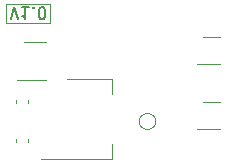
<source format=gbr>
%TF.GenerationSoftware,KiCad,Pcbnew,(5.1.6)-1*%
%TF.CreationDate,2022-01-16T04:32:38+08:00*%
%TF.ProjectId,esp32s2-uart,65737033-3273-4322-9d75-6172742e6b69,rev?*%
%TF.SameCoordinates,Original*%
%TF.FileFunction,Legend,Bot*%
%TF.FilePolarity,Positive*%
%FSLAX46Y46*%
G04 Gerber Fmt 4.6, Leading zero omitted, Abs format (unit mm)*
G04 Created by KiCad (PCBNEW (5.1.6)-1) date 2022-01-16 04:32:38*
%MOMM*%
%LPD*%
G01*
G04 APERTURE LIST*
%ADD10C,0.120000*%
%ADD11C,0.150000*%
G04 APERTURE END LIST*
D10*
X10700000Y13500000D02*
X10700000Y11900000D01*
X7000000Y13500000D02*
X10700000Y13500000D01*
X7000000Y11900000D02*
X7000000Y13500000D01*
X10700000Y11900000D02*
X7000000Y11900000D01*
D11*
X7376190Y12252381D02*
X7709523Y13252381D01*
X8042857Y12252381D01*
X8899999Y13252381D02*
X8328571Y13252381D01*
X8614285Y13252381D02*
X8614285Y12252381D01*
X8519047Y12395239D01*
X8423809Y12490477D01*
X8328571Y12538096D01*
X9328571Y13157143D02*
X9376190Y13204762D01*
X9328571Y13252381D01*
X9280952Y13204762D01*
X9328571Y13157143D01*
X9328571Y13252381D01*
X9995238Y12252381D02*
X10090476Y12252381D01*
X10185714Y12300000D01*
X10233333Y12347620D01*
X10280952Y12442858D01*
X10328571Y12633334D01*
X10328571Y12871429D01*
X10280952Y13061905D01*
X10233333Y13157143D01*
X10185714Y13204762D01*
X10090476Y13252381D01*
X9995238Y13252381D01*
X9899999Y13204762D01*
X9852380Y13157143D01*
X9804761Y13061905D01*
X9757142Y12871429D01*
X9757142Y12633334D01*
X9804761Y12442858D01*
X9852380Y12347620D01*
X9899999Y12300000D01*
X9995238Y12252381D01*
D10*
%TO.C,D5*%
X25084000Y8441200D02*
X23184000Y8441200D01*
X23684000Y10761200D02*
X25084000Y10761200D01*
%TO.C,D4*%
X25084000Y2904000D02*
X23184000Y2904000D01*
X23684000Y5224000D02*
X25084000Y5224000D01*
%TO.C,TP3*%
X19673800Y3581400D02*
G75*
G03*
X19673800Y3581400I-700000J0D01*
G01*
%TO.C,U2*%
X8548800Y10296800D02*
X10348800Y10296800D01*
X10348800Y7076800D02*
X7898800Y7076800D01*
%TO.C,U1*%
X15956200Y7194600D02*
X15956200Y5934600D01*
X15956200Y374600D02*
X15956200Y1634600D01*
X12196200Y7194600D02*
X15956200Y7194600D01*
X9946200Y374600D02*
X15956200Y374600D01*
%TO.C,C2*%
X8847000Y1815021D02*
X8847000Y2140579D01*
X7827000Y1815021D02*
X7827000Y2140579D01*
%TO.C,C1*%
X8847000Y5117021D02*
X8847000Y5442579D01*
X7827000Y5117021D02*
X7827000Y5442579D01*
%TD*%
M02*

</source>
